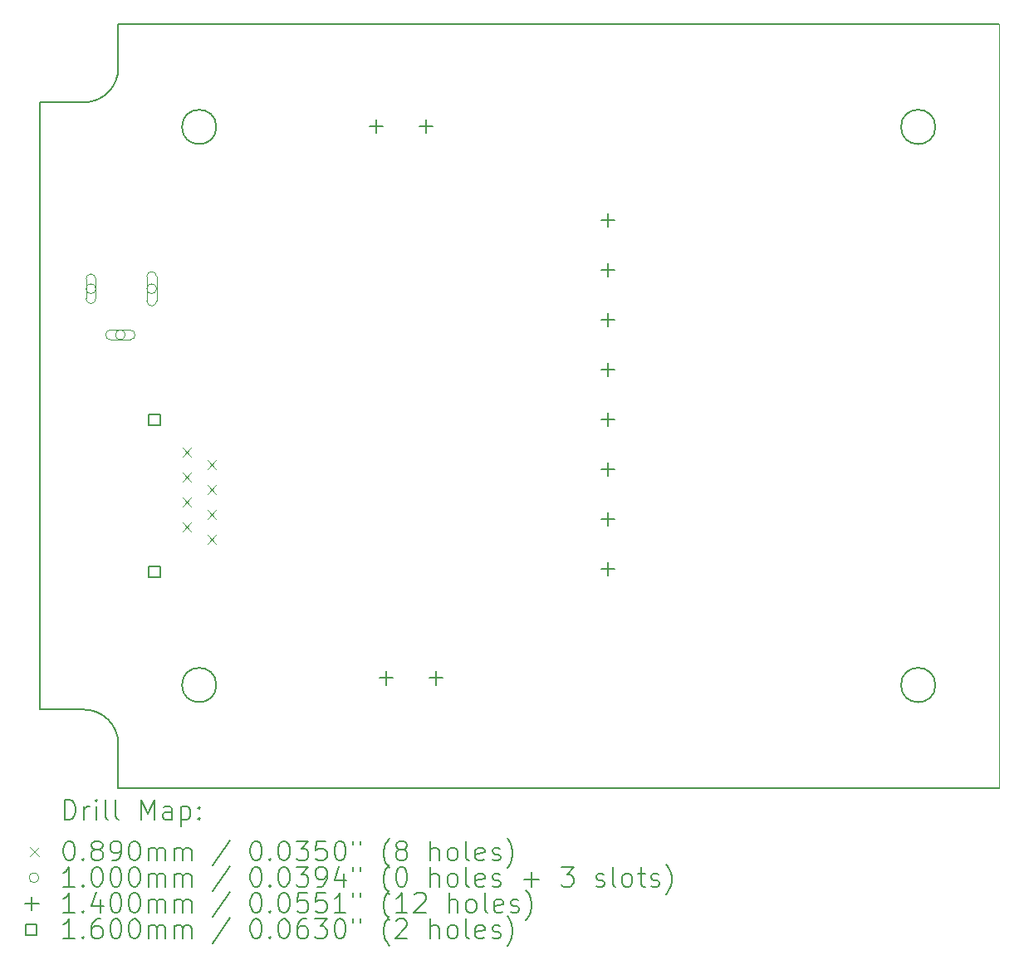
<source format=gbr>
%TF.GenerationSoftware,KiCad,Pcbnew,8.0.6*%
%TF.CreationDate,2025-02-19T13:51:35-05:00*%
%TF.ProjectId,HB-IC,48422d49-432e-46b6-9963-61645f706362,rev?*%
%TF.SameCoordinates,Original*%
%TF.FileFunction,Drillmap*%
%TF.FilePolarity,Positive*%
%FSLAX45Y45*%
G04 Gerber Fmt 4.5, Leading zero omitted, Abs format (unit mm)*
G04 Created by KiCad (PCBNEW 8.0.6) date 2025-02-19 13:51:35*
%MOMM*%
%LPD*%
G01*
G04 APERTURE LIST*
%ADD10C,0.050000*%
%ADD11C,0.200000*%
%ADD12C,0.100000*%
%ADD13C,0.140000*%
%ADD14C,0.160000*%
G04 APERTURE END LIST*
D10*
X15752127Y-4413027D02*
X15752127Y-12203207D01*
D11*
X7772590Y-11152917D02*
G75*
G02*
X7422070Y-11152917I-175260J0D01*
G01*
X7422070Y-11152917D02*
G75*
G02*
X7772590Y-11152917I175260J0D01*
G01*
X6422456Y-11403234D02*
X5973000Y-11403234D01*
X6422456Y-11403234D02*
G75*
G02*
X6772972Y-11753754I0J-350516D01*
G01*
X6772973Y-4413027D02*
X15752127Y-4413027D01*
X6772973Y-4862470D02*
X6772973Y-4413027D01*
X6772973Y-4862470D02*
G75*
G02*
X6424565Y-5213000I-350537J0D01*
G01*
X15752127Y-12203207D02*
X6772973Y-12203207D01*
X7772590Y-5463317D02*
G75*
G02*
X7422070Y-5463317I-175260J0D01*
G01*
X7422070Y-5463317D02*
G75*
G02*
X7772590Y-5463317I175260J0D01*
G01*
X5973000Y-5213000D02*
X6424565Y-5213000D01*
X15103030Y-11152917D02*
G75*
G02*
X14752510Y-11152917I-175260J0D01*
G01*
X14752510Y-11152917D02*
G75*
G02*
X15103030Y-11152917I175260J0D01*
G01*
X6772973Y-12203207D02*
X6772973Y-11753754D01*
X15103030Y-5463317D02*
G75*
G02*
X14752510Y-5463317I-175260J0D01*
G01*
X14752510Y-5463317D02*
G75*
G02*
X15103030Y-5463317I175260J0D01*
G01*
X5973000Y-11403234D02*
X5973000Y-5213000D01*
D12*
X7427000Y-8735000D02*
X7516000Y-8824000D01*
X7516000Y-8735000D02*
X7427000Y-8824000D01*
X7427000Y-8989000D02*
X7516000Y-9078000D01*
X7516000Y-8989000D02*
X7427000Y-9078000D01*
X7427000Y-9243000D02*
X7516000Y-9332000D01*
X7516000Y-9243000D02*
X7427000Y-9332000D01*
X7427000Y-9497000D02*
X7516000Y-9586000D01*
X7516000Y-9497000D02*
X7427000Y-9586000D01*
X7681000Y-8862000D02*
X7770000Y-8951000D01*
X7770000Y-8862000D02*
X7681000Y-8951000D01*
X7681000Y-9116000D02*
X7770000Y-9205000D01*
X7770000Y-9116000D02*
X7681000Y-9205000D01*
X7681000Y-9370000D02*
X7770000Y-9459000D01*
X7770000Y-9370000D02*
X7681000Y-9459000D01*
X7681000Y-9624000D02*
X7770000Y-9713000D01*
X7770000Y-9624000D02*
X7681000Y-9713000D01*
X6544000Y-7113000D02*
G75*
G02*
X6444000Y-7113000I-50000J0D01*
G01*
X6444000Y-7113000D02*
G75*
G02*
X6544000Y-7113000I50000J0D01*
G01*
X6444000Y-7013000D02*
X6444000Y-7213000D01*
X6544000Y-7213000D02*
G75*
G02*
X6444000Y-7213000I-50000J0D01*
G01*
X6544000Y-7213000D02*
X6544000Y-7013000D01*
X6544000Y-7013000D02*
G75*
G03*
X6444000Y-7013000I-50000J0D01*
G01*
X6844000Y-7583000D02*
G75*
G02*
X6744000Y-7583000I-50000J0D01*
G01*
X6744000Y-7583000D02*
G75*
G02*
X6844000Y-7583000I50000J0D01*
G01*
X6694000Y-7633000D02*
X6894000Y-7633000D01*
X6894000Y-7533000D02*
G75*
G02*
X6894000Y-7633000I0J-50000D01*
G01*
X6894000Y-7533000D02*
X6694000Y-7533000D01*
X6694000Y-7533000D02*
G75*
G03*
X6694000Y-7633000I0J-50000D01*
G01*
X7164000Y-7113000D02*
G75*
G02*
X7064000Y-7113000I-50000J0D01*
G01*
X7064000Y-7113000D02*
G75*
G02*
X7164000Y-7113000I50000J0D01*
G01*
X7064000Y-6988000D02*
X7064000Y-7238000D01*
X7164000Y-7238000D02*
G75*
G02*
X7064000Y-7238000I-50000J0D01*
G01*
X7164000Y-7238000D02*
X7164000Y-6988000D01*
X7164000Y-6988000D02*
G75*
G03*
X7064000Y-6988000I-50000J0D01*
G01*
D13*
X9402000Y-5387000D02*
X9402000Y-5527000D01*
X9332000Y-5457000D02*
X9472000Y-5457000D01*
X9505000Y-11012000D02*
X9505000Y-11152000D01*
X9435000Y-11082000D02*
X9575000Y-11082000D01*
X9910000Y-5387000D02*
X9910000Y-5527000D01*
X9840000Y-5457000D02*
X9980000Y-5457000D01*
X10013000Y-11012000D02*
X10013000Y-11152000D01*
X9943000Y-11082000D02*
X10083000Y-11082000D01*
X11766000Y-6344000D02*
X11766000Y-6484000D01*
X11696000Y-6414000D02*
X11836000Y-6414000D01*
X11766000Y-6852000D02*
X11766000Y-6992000D01*
X11696000Y-6922000D02*
X11836000Y-6922000D01*
X11766000Y-7360000D02*
X11766000Y-7500000D01*
X11696000Y-7430000D02*
X11836000Y-7430000D01*
X11766000Y-7868000D02*
X11766000Y-8008000D01*
X11696000Y-7938000D02*
X11836000Y-7938000D01*
X11766000Y-8376000D02*
X11766000Y-8516000D01*
X11696000Y-8446000D02*
X11836000Y-8446000D01*
X11766000Y-8884000D02*
X11766000Y-9024000D01*
X11696000Y-8954000D02*
X11836000Y-8954000D01*
X11766000Y-9392000D02*
X11766000Y-9532000D01*
X11696000Y-9462000D02*
X11836000Y-9462000D01*
X11766000Y-9900000D02*
X11766000Y-10040000D01*
X11696000Y-9970000D02*
X11836000Y-9970000D01*
D14*
X7198069Y-8506069D02*
X7198069Y-8392931D01*
X7084931Y-8392931D01*
X7084931Y-8506069D01*
X7198069Y-8506069D01*
X7198069Y-10055069D02*
X7198069Y-9941931D01*
X7084931Y-9941931D01*
X7084931Y-10055069D01*
X7198069Y-10055069D01*
D11*
X6223777Y-12524691D02*
X6223777Y-12324691D01*
X6223777Y-12324691D02*
X6271396Y-12324691D01*
X6271396Y-12324691D02*
X6299967Y-12334215D01*
X6299967Y-12334215D02*
X6319015Y-12353262D01*
X6319015Y-12353262D02*
X6328539Y-12372310D01*
X6328539Y-12372310D02*
X6338062Y-12410405D01*
X6338062Y-12410405D02*
X6338062Y-12438976D01*
X6338062Y-12438976D02*
X6328539Y-12477072D01*
X6328539Y-12477072D02*
X6319015Y-12496119D01*
X6319015Y-12496119D02*
X6299967Y-12515167D01*
X6299967Y-12515167D02*
X6271396Y-12524691D01*
X6271396Y-12524691D02*
X6223777Y-12524691D01*
X6423777Y-12524691D02*
X6423777Y-12391357D01*
X6423777Y-12429453D02*
X6433301Y-12410405D01*
X6433301Y-12410405D02*
X6442824Y-12400881D01*
X6442824Y-12400881D02*
X6461872Y-12391357D01*
X6461872Y-12391357D02*
X6480920Y-12391357D01*
X6547586Y-12524691D02*
X6547586Y-12391357D01*
X6547586Y-12324691D02*
X6538062Y-12334215D01*
X6538062Y-12334215D02*
X6547586Y-12343738D01*
X6547586Y-12343738D02*
X6557110Y-12334215D01*
X6557110Y-12334215D02*
X6547586Y-12324691D01*
X6547586Y-12324691D02*
X6547586Y-12343738D01*
X6671396Y-12524691D02*
X6652348Y-12515167D01*
X6652348Y-12515167D02*
X6642824Y-12496119D01*
X6642824Y-12496119D02*
X6642824Y-12324691D01*
X6776158Y-12524691D02*
X6757110Y-12515167D01*
X6757110Y-12515167D02*
X6747586Y-12496119D01*
X6747586Y-12496119D02*
X6747586Y-12324691D01*
X7004729Y-12524691D02*
X7004729Y-12324691D01*
X7004729Y-12324691D02*
X7071396Y-12467548D01*
X7071396Y-12467548D02*
X7138062Y-12324691D01*
X7138062Y-12324691D02*
X7138062Y-12524691D01*
X7319015Y-12524691D02*
X7319015Y-12419929D01*
X7319015Y-12419929D02*
X7309491Y-12400881D01*
X7309491Y-12400881D02*
X7290443Y-12391357D01*
X7290443Y-12391357D02*
X7252348Y-12391357D01*
X7252348Y-12391357D02*
X7233301Y-12400881D01*
X7319015Y-12515167D02*
X7299967Y-12524691D01*
X7299967Y-12524691D02*
X7252348Y-12524691D01*
X7252348Y-12524691D02*
X7233301Y-12515167D01*
X7233301Y-12515167D02*
X7223777Y-12496119D01*
X7223777Y-12496119D02*
X7223777Y-12477072D01*
X7223777Y-12477072D02*
X7233301Y-12458024D01*
X7233301Y-12458024D02*
X7252348Y-12448500D01*
X7252348Y-12448500D02*
X7299967Y-12448500D01*
X7299967Y-12448500D02*
X7319015Y-12438976D01*
X7414253Y-12391357D02*
X7414253Y-12591357D01*
X7414253Y-12400881D02*
X7433301Y-12391357D01*
X7433301Y-12391357D02*
X7471396Y-12391357D01*
X7471396Y-12391357D02*
X7490443Y-12400881D01*
X7490443Y-12400881D02*
X7499967Y-12410405D01*
X7499967Y-12410405D02*
X7509491Y-12429453D01*
X7509491Y-12429453D02*
X7509491Y-12486595D01*
X7509491Y-12486595D02*
X7499967Y-12505643D01*
X7499967Y-12505643D02*
X7490443Y-12515167D01*
X7490443Y-12515167D02*
X7471396Y-12524691D01*
X7471396Y-12524691D02*
X7433301Y-12524691D01*
X7433301Y-12524691D02*
X7414253Y-12515167D01*
X7595205Y-12505643D02*
X7604729Y-12515167D01*
X7604729Y-12515167D02*
X7595205Y-12524691D01*
X7595205Y-12524691D02*
X7585682Y-12515167D01*
X7585682Y-12515167D02*
X7595205Y-12505643D01*
X7595205Y-12505643D02*
X7595205Y-12524691D01*
X7595205Y-12400881D02*
X7604729Y-12410405D01*
X7604729Y-12410405D02*
X7595205Y-12419929D01*
X7595205Y-12419929D02*
X7585682Y-12410405D01*
X7585682Y-12410405D02*
X7595205Y-12400881D01*
X7595205Y-12400881D02*
X7595205Y-12419929D01*
D12*
X5874000Y-12808707D02*
X5963000Y-12897707D01*
X5963000Y-12808707D02*
X5874000Y-12897707D01*
D11*
X6261872Y-12744691D02*
X6280920Y-12744691D01*
X6280920Y-12744691D02*
X6299967Y-12754215D01*
X6299967Y-12754215D02*
X6309491Y-12763738D01*
X6309491Y-12763738D02*
X6319015Y-12782786D01*
X6319015Y-12782786D02*
X6328539Y-12820881D01*
X6328539Y-12820881D02*
X6328539Y-12868500D01*
X6328539Y-12868500D02*
X6319015Y-12906595D01*
X6319015Y-12906595D02*
X6309491Y-12925643D01*
X6309491Y-12925643D02*
X6299967Y-12935167D01*
X6299967Y-12935167D02*
X6280920Y-12944691D01*
X6280920Y-12944691D02*
X6261872Y-12944691D01*
X6261872Y-12944691D02*
X6242824Y-12935167D01*
X6242824Y-12935167D02*
X6233301Y-12925643D01*
X6233301Y-12925643D02*
X6223777Y-12906595D01*
X6223777Y-12906595D02*
X6214253Y-12868500D01*
X6214253Y-12868500D02*
X6214253Y-12820881D01*
X6214253Y-12820881D02*
X6223777Y-12782786D01*
X6223777Y-12782786D02*
X6233301Y-12763738D01*
X6233301Y-12763738D02*
X6242824Y-12754215D01*
X6242824Y-12754215D02*
X6261872Y-12744691D01*
X6414253Y-12925643D02*
X6423777Y-12935167D01*
X6423777Y-12935167D02*
X6414253Y-12944691D01*
X6414253Y-12944691D02*
X6404729Y-12935167D01*
X6404729Y-12935167D02*
X6414253Y-12925643D01*
X6414253Y-12925643D02*
X6414253Y-12944691D01*
X6538062Y-12830405D02*
X6519015Y-12820881D01*
X6519015Y-12820881D02*
X6509491Y-12811357D01*
X6509491Y-12811357D02*
X6499967Y-12792310D01*
X6499967Y-12792310D02*
X6499967Y-12782786D01*
X6499967Y-12782786D02*
X6509491Y-12763738D01*
X6509491Y-12763738D02*
X6519015Y-12754215D01*
X6519015Y-12754215D02*
X6538062Y-12744691D01*
X6538062Y-12744691D02*
X6576158Y-12744691D01*
X6576158Y-12744691D02*
X6595205Y-12754215D01*
X6595205Y-12754215D02*
X6604729Y-12763738D01*
X6604729Y-12763738D02*
X6614253Y-12782786D01*
X6614253Y-12782786D02*
X6614253Y-12792310D01*
X6614253Y-12792310D02*
X6604729Y-12811357D01*
X6604729Y-12811357D02*
X6595205Y-12820881D01*
X6595205Y-12820881D02*
X6576158Y-12830405D01*
X6576158Y-12830405D02*
X6538062Y-12830405D01*
X6538062Y-12830405D02*
X6519015Y-12839929D01*
X6519015Y-12839929D02*
X6509491Y-12849453D01*
X6509491Y-12849453D02*
X6499967Y-12868500D01*
X6499967Y-12868500D02*
X6499967Y-12906595D01*
X6499967Y-12906595D02*
X6509491Y-12925643D01*
X6509491Y-12925643D02*
X6519015Y-12935167D01*
X6519015Y-12935167D02*
X6538062Y-12944691D01*
X6538062Y-12944691D02*
X6576158Y-12944691D01*
X6576158Y-12944691D02*
X6595205Y-12935167D01*
X6595205Y-12935167D02*
X6604729Y-12925643D01*
X6604729Y-12925643D02*
X6614253Y-12906595D01*
X6614253Y-12906595D02*
X6614253Y-12868500D01*
X6614253Y-12868500D02*
X6604729Y-12849453D01*
X6604729Y-12849453D02*
X6595205Y-12839929D01*
X6595205Y-12839929D02*
X6576158Y-12830405D01*
X6709491Y-12944691D02*
X6747586Y-12944691D01*
X6747586Y-12944691D02*
X6766634Y-12935167D01*
X6766634Y-12935167D02*
X6776158Y-12925643D01*
X6776158Y-12925643D02*
X6795205Y-12897072D01*
X6795205Y-12897072D02*
X6804729Y-12858976D01*
X6804729Y-12858976D02*
X6804729Y-12782786D01*
X6804729Y-12782786D02*
X6795205Y-12763738D01*
X6795205Y-12763738D02*
X6785682Y-12754215D01*
X6785682Y-12754215D02*
X6766634Y-12744691D01*
X6766634Y-12744691D02*
X6728539Y-12744691D01*
X6728539Y-12744691D02*
X6709491Y-12754215D01*
X6709491Y-12754215D02*
X6699967Y-12763738D01*
X6699967Y-12763738D02*
X6690443Y-12782786D01*
X6690443Y-12782786D02*
X6690443Y-12830405D01*
X6690443Y-12830405D02*
X6699967Y-12849453D01*
X6699967Y-12849453D02*
X6709491Y-12858976D01*
X6709491Y-12858976D02*
X6728539Y-12868500D01*
X6728539Y-12868500D02*
X6766634Y-12868500D01*
X6766634Y-12868500D02*
X6785682Y-12858976D01*
X6785682Y-12858976D02*
X6795205Y-12849453D01*
X6795205Y-12849453D02*
X6804729Y-12830405D01*
X6928539Y-12744691D02*
X6947586Y-12744691D01*
X6947586Y-12744691D02*
X6966634Y-12754215D01*
X6966634Y-12754215D02*
X6976158Y-12763738D01*
X6976158Y-12763738D02*
X6985682Y-12782786D01*
X6985682Y-12782786D02*
X6995205Y-12820881D01*
X6995205Y-12820881D02*
X6995205Y-12868500D01*
X6995205Y-12868500D02*
X6985682Y-12906595D01*
X6985682Y-12906595D02*
X6976158Y-12925643D01*
X6976158Y-12925643D02*
X6966634Y-12935167D01*
X6966634Y-12935167D02*
X6947586Y-12944691D01*
X6947586Y-12944691D02*
X6928539Y-12944691D01*
X6928539Y-12944691D02*
X6909491Y-12935167D01*
X6909491Y-12935167D02*
X6899967Y-12925643D01*
X6899967Y-12925643D02*
X6890443Y-12906595D01*
X6890443Y-12906595D02*
X6880920Y-12868500D01*
X6880920Y-12868500D02*
X6880920Y-12820881D01*
X6880920Y-12820881D02*
X6890443Y-12782786D01*
X6890443Y-12782786D02*
X6899967Y-12763738D01*
X6899967Y-12763738D02*
X6909491Y-12754215D01*
X6909491Y-12754215D02*
X6928539Y-12744691D01*
X7080920Y-12944691D02*
X7080920Y-12811357D01*
X7080920Y-12830405D02*
X7090443Y-12820881D01*
X7090443Y-12820881D02*
X7109491Y-12811357D01*
X7109491Y-12811357D02*
X7138063Y-12811357D01*
X7138063Y-12811357D02*
X7157110Y-12820881D01*
X7157110Y-12820881D02*
X7166634Y-12839929D01*
X7166634Y-12839929D02*
X7166634Y-12944691D01*
X7166634Y-12839929D02*
X7176158Y-12820881D01*
X7176158Y-12820881D02*
X7195205Y-12811357D01*
X7195205Y-12811357D02*
X7223777Y-12811357D01*
X7223777Y-12811357D02*
X7242824Y-12820881D01*
X7242824Y-12820881D02*
X7252348Y-12839929D01*
X7252348Y-12839929D02*
X7252348Y-12944691D01*
X7347586Y-12944691D02*
X7347586Y-12811357D01*
X7347586Y-12830405D02*
X7357110Y-12820881D01*
X7357110Y-12820881D02*
X7376158Y-12811357D01*
X7376158Y-12811357D02*
X7404729Y-12811357D01*
X7404729Y-12811357D02*
X7423777Y-12820881D01*
X7423777Y-12820881D02*
X7433301Y-12839929D01*
X7433301Y-12839929D02*
X7433301Y-12944691D01*
X7433301Y-12839929D02*
X7442824Y-12820881D01*
X7442824Y-12820881D02*
X7461872Y-12811357D01*
X7461872Y-12811357D02*
X7490443Y-12811357D01*
X7490443Y-12811357D02*
X7509491Y-12820881D01*
X7509491Y-12820881D02*
X7519015Y-12839929D01*
X7519015Y-12839929D02*
X7519015Y-12944691D01*
X7909491Y-12735167D02*
X7738063Y-12992310D01*
X8166634Y-12744691D02*
X8185682Y-12744691D01*
X8185682Y-12744691D02*
X8204729Y-12754215D01*
X8204729Y-12754215D02*
X8214253Y-12763738D01*
X8214253Y-12763738D02*
X8223777Y-12782786D01*
X8223777Y-12782786D02*
X8233301Y-12820881D01*
X8233301Y-12820881D02*
X8233301Y-12868500D01*
X8233301Y-12868500D02*
X8223777Y-12906595D01*
X8223777Y-12906595D02*
X8214253Y-12925643D01*
X8214253Y-12925643D02*
X8204729Y-12935167D01*
X8204729Y-12935167D02*
X8185682Y-12944691D01*
X8185682Y-12944691D02*
X8166634Y-12944691D01*
X8166634Y-12944691D02*
X8147586Y-12935167D01*
X8147586Y-12935167D02*
X8138063Y-12925643D01*
X8138063Y-12925643D02*
X8128539Y-12906595D01*
X8128539Y-12906595D02*
X8119015Y-12868500D01*
X8119015Y-12868500D02*
X8119015Y-12820881D01*
X8119015Y-12820881D02*
X8128539Y-12782786D01*
X8128539Y-12782786D02*
X8138063Y-12763738D01*
X8138063Y-12763738D02*
X8147586Y-12754215D01*
X8147586Y-12754215D02*
X8166634Y-12744691D01*
X8319015Y-12925643D02*
X8328539Y-12935167D01*
X8328539Y-12935167D02*
X8319015Y-12944691D01*
X8319015Y-12944691D02*
X8309491Y-12935167D01*
X8309491Y-12935167D02*
X8319015Y-12925643D01*
X8319015Y-12925643D02*
X8319015Y-12944691D01*
X8452348Y-12744691D02*
X8471396Y-12744691D01*
X8471396Y-12744691D02*
X8490444Y-12754215D01*
X8490444Y-12754215D02*
X8499968Y-12763738D01*
X8499968Y-12763738D02*
X8509491Y-12782786D01*
X8509491Y-12782786D02*
X8519015Y-12820881D01*
X8519015Y-12820881D02*
X8519015Y-12868500D01*
X8519015Y-12868500D02*
X8509491Y-12906595D01*
X8509491Y-12906595D02*
X8499968Y-12925643D01*
X8499968Y-12925643D02*
X8490444Y-12935167D01*
X8490444Y-12935167D02*
X8471396Y-12944691D01*
X8471396Y-12944691D02*
X8452348Y-12944691D01*
X8452348Y-12944691D02*
X8433301Y-12935167D01*
X8433301Y-12935167D02*
X8423777Y-12925643D01*
X8423777Y-12925643D02*
X8414253Y-12906595D01*
X8414253Y-12906595D02*
X8404729Y-12868500D01*
X8404729Y-12868500D02*
X8404729Y-12820881D01*
X8404729Y-12820881D02*
X8414253Y-12782786D01*
X8414253Y-12782786D02*
X8423777Y-12763738D01*
X8423777Y-12763738D02*
X8433301Y-12754215D01*
X8433301Y-12754215D02*
X8452348Y-12744691D01*
X8585682Y-12744691D02*
X8709491Y-12744691D01*
X8709491Y-12744691D02*
X8642825Y-12820881D01*
X8642825Y-12820881D02*
X8671396Y-12820881D01*
X8671396Y-12820881D02*
X8690444Y-12830405D01*
X8690444Y-12830405D02*
X8699968Y-12839929D01*
X8699968Y-12839929D02*
X8709491Y-12858976D01*
X8709491Y-12858976D02*
X8709491Y-12906595D01*
X8709491Y-12906595D02*
X8699968Y-12925643D01*
X8699968Y-12925643D02*
X8690444Y-12935167D01*
X8690444Y-12935167D02*
X8671396Y-12944691D01*
X8671396Y-12944691D02*
X8614253Y-12944691D01*
X8614253Y-12944691D02*
X8595206Y-12935167D01*
X8595206Y-12935167D02*
X8585682Y-12925643D01*
X8890444Y-12744691D02*
X8795206Y-12744691D01*
X8795206Y-12744691D02*
X8785682Y-12839929D01*
X8785682Y-12839929D02*
X8795206Y-12830405D01*
X8795206Y-12830405D02*
X8814253Y-12820881D01*
X8814253Y-12820881D02*
X8861872Y-12820881D01*
X8861872Y-12820881D02*
X8880920Y-12830405D01*
X8880920Y-12830405D02*
X8890444Y-12839929D01*
X8890444Y-12839929D02*
X8899968Y-12858976D01*
X8899968Y-12858976D02*
X8899968Y-12906595D01*
X8899968Y-12906595D02*
X8890444Y-12925643D01*
X8890444Y-12925643D02*
X8880920Y-12935167D01*
X8880920Y-12935167D02*
X8861872Y-12944691D01*
X8861872Y-12944691D02*
X8814253Y-12944691D01*
X8814253Y-12944691D02*
X8795206Y-12935167D01*
X8795206Y-12935167D02*
X8785682Y-12925643D01*
X9023777Y-12744691D02*
X9042825Y-12744691D01*
X9042825Y-12744691D02*
X9061872Y-12754215D01*
X9061872Y-12754215D02*
X9071396Y-12763738D01*
X9071396Y-12763738D02*
X9080920Y-12782786D01*
X9080920Y-12782786D02*
X9090444Y-12820881D01*
X9090444Y-12820881D02*
X9090444Y-12868500D01*
X9090444Y-12868500D02*
X9080920Y-12906595D01*
X9080920Y-12906595D02*
X9071396Y-12925643D01*
X9071396Y-12925643D02*
X9061872Y-12935167D01*
X9061872Y-12935167D02*
X9042825Y-12944691D01*
X9042825Y-12944691D02*
X9023777Y-12944691D01*
X9023777Y-12944691D02*
X9004729Y-12935167D01*
X9004729Y-12935167D02*
X8995206Y-12925643D01*
X8995206Y-12925643D02*
X8985682Y-12906595D01*
X8985682Y-12906595D02*
X8976158Y-12868500D01*
X8976158Y-12868500D02*
X8976158Y-12820881D01*
X8976158Y-12820881D02*
X8985682Y-12782786D01*
X8985682Y-12782786D02*
X8995206Y-12763738D01*
X8995206Y-12763738D02*
X9004729Y-12754215D01*
X9004729Y-12754215D02*
X9023777Y-12744691D01*
X9166634Y-12744691D02*
X9166634Y-12782786D01*
X9242825Y-12744691D02*
X9242825Y-12782786D01*
X9538063Y-13020881D02*
X9528539Y-13011357D01*
X9528539Y-13011357D02*
X9509491Y-12982786D01*
X9509491Y-12982786D02*
X9499968Y-12963738D01*
X9499968Y-12963738D02*
X9490444Y-12935167D01*
X9490444Y-12935167D02*
X9480920Y-12887548D01*
X9480920Y-12887548D02*
X9480920Y-12849453D01*
X9480920Y-12849453D02*
X9490444Y-12801834D01*
X9490444Y-12801834D02*
X9499968Y-12773262D01*
X9499968Y-12773262D02*
X9509491Y-12754215D01*
X9509491Y-12754215D02*
X9528539Y-12725643D01*
X9528539Y-12725643D02*
X9538063Y-12716119D01*
X9642825Y-12830405D02*
X9623777Y-12820881D01*
X9623777Y-12820881D02*
X9614253Y-12811357D01*
X9614253Y-12811357D02*
X9604730Y-12792310D01*
X9604730Y-12792310D02*
X9604730Y-12782786D01*
X9604730Y-12782786D02*
X9614253Y-12763738D01*
X9614253Y-12763738D02*
X9623777Y-12754215D01*
X9623777Y-12754215D02*
X9642825Y-12744691D01*
X9642825Y-12744691D02*
X9680920Y-12744691D01*
X9680920Y-12744691D02*
X9699968Y-12754215D01*
X9699968Y-12754215D02*
X9709491Y-12763738D01*
X9709491Y-12763738D02*
X9719015Y-12782786D01*
X9719015Y-12782786D02*
X9719015Y-12792310D01*
X9719015Y-12792310D02*
X9709491Y-12811357D01*
X9709491Y-12811357D02*
X9699968Y-12820881D01*
X9699968Y-12820881D02*
X9680920Y-12830405D01*
X9680920Y-12830405D02*
X9642825Y-12830405D01*
X9642825Y-12830405D02*
X9623777Y-12839929D01*
X9623777Y-12839929D02*
X9614253Y-12849453D01*
X9614253Y-12849453D02*
X9604730Y-12868500D01*
X9604730Y-12868500D02*
X9604730Y-12906595D01*
X9604730Y-12906595D02*
X9614253Y-12925643D01*
X9614253Y-12925643D02*
X9623777Y-12935167D01*
X9623777Y-12935167D02*
X9642825Y-12944691D01*
X9642825Y-12944691D02*
X9680920Y-12944691D01*
X9680920Y-12944691D02*
X9699968Y-12935167D01*
X9699968Y-12935167D02*
X9709491Y-12925643D01*
X9709491Y-12925643D02*
X9719015Y-12906595D01*
X9719015Y-12906595D02*
X9719015Y-12868500D01*
X9719015Y-12868500D02*
X9709491Y-12849453D01*
X9709491Y-12849453D02*
X9699968Y-12839929D01*
X9699968Y-12839929D02*
X9680920Y-12830405D01*
X9957111Y-12944691D02*
X9957111Y-12744691D01*
X10042825Y-12944691D02*
X10042825Y-12839929D01*
X10042825Y-12839929D02*
X10033301Y-12820881D01*
X10033301Y-12820881D02*
X10014253Y-12811357D01*
X10014253Y-12811357D02*
X9985682Y-12811357D01*
X9985682Y-12811357D02*
X9966634Y-12820881D01*
X9966634Y-12820881D02*
X9957111Y-12830405D01*
X10166634Y-12944691D02*
X10147587Y-12935167D01*
X10147587Y-12935167D02*
X10138063Y-12925643D01*
X10138063Y-12925643D02*
X10128539Y-12906595D01*
X10128539Y-12906595D02*
X10128539Y-12849453D01*
X10128539Y-12849453D02*
X10138063Y-12830405D01*
X10138063Y-12830405D02*
X10147587Y-12820881D01*
X10147587Y-12820881D02*
X10166634Y-12811357D01*
X10166634Y-12811357D02*
X10195206Y-12811357D01*
X10195206Y-12811357D02*
X10214253Y-12820881D01*
X10214253Y-12820881D02*
X10223777Y-12830405D01*
X10223777Y-12830405D02*
X10233301Y-12849453D01*
X10233301Y-12849453D02*
X10233301Y-12906595D01*
X10233301Y-12906595D02*
X10223777Y-12925643D01*
X10223777Y-12925643D02*
X10214253Y-12935167D01*
X10214253Y-12935167D02*
X10195206Y-12944691D01*
X10195206Y-12944691D02*
X10166634Y-12944691D01*
X10347587Y-12944691D02*
X10328539Y-12935167D01*
X10328539Y-12935167D02*
X10319015Y-12916119D01*
X10319015Y-12916119D02*
X10319015Y-12744691D01*
X10499968Y-12935167D02*
X10480920Y-12944691D01*
X10480920Y-12944691D02*
X10442825Y-12944691D01*
X10442825Y-12944691D02*
X10423777Y-12935167D01*
X10423777Y-12935167D02*
X10414253Y-12916119D01*
X10414253Y-12916119D02*
X10414253Y-12839929D01*
X10414253Y-12839929D02*
X10423777Y-12820881D01*
X10423777Y-12820881D02*
X10442825Y-12811357D01*
X10442825Y-12811357D02*
X10480920Y-12811357D01*
X10480920Y-12811357D02*
X10499968Y-12820881D01*
X10499968Y-12820881D02*
X10509492Y-12839929D01*
X10509492Y-12839929D02*
X10509492Y-12858976D01*
X10509492Y-12858976D02*
X10414253Y-12878024D01*
X10585682Y-12935167D02*
X10604730Y-12944691D01*
X10604730Y-12944691D02*
X10642825Y-12944691D01*
X10642825Y-12944691D02*
X10661873Y-12935167D01*
X10661873Y-12935167D02*
X10671396Y-12916119D01*
X10671396Y-12916119D02*
X10671396Y-12906595D01*
X10671396Y-12906595D02*
X10661873Y-12887548D01*
X10661873Y-12887548D02*
X10642825Y-12878024D01*
X10642825Y-12878024D02*
X10614253Y-12878024D01*
X10614253Y-12878024D02*
X10595206Y-12868500D01*
X10595206Y-12868500D02*
X10585682Y-12849453D01*
X10585682Y-12849453D02*
X10585682Y-12839929D01*
X10585682Y-12839929D02*
X10595206Y-12820881D01*
X10595206Y-12820881D02*
X10614253Y-12811357D01*
X10614253Y-12811357D02*
X10642825Y-12811357D01*
X10642825Y-12811357D02*
X10661873Y-12820881D01*
X10738063Y-13020881D02*
X10747587Y-13011357D01*
X10747587Y-13011357D02*
X10766634Y-12982786D01*
X10766634Y-12982786D02*
X10776158Y-12963738D01*
X10776158Y-12963738D02*
X10785682Y-12935167D01*
X10785682Y-12935167D02*
X10795206Y-12887548D01*
X10795206Y-12887548D02*
X10795206Y-12849453D01*
X10795206Y-12849453D02*
X10785682Y-12801834D01*
X10785682Y-12801834D02*
X10776158Y-12773262D01*
X10776158Y-12773262D02*
X10766634Y-12754215D01*
X10766634Y-12754215D02*
X10747587Y-12725643D01*
X10747587Y-12725643D02*
X10738063Y-12716119D01*
D12*
X5963000Y-13117207D02*
G75*
G02*
X5863000Y-13117207I-50000J0D01*
G01*
X5863000Y-13117207D02*
G75*
G02*
X5963000Y-13117207I50000J0D01*
G01*
D11*
X6328539Y-13208691D02*
X6214253Y-13208691D01*
X6271396Y-13208691D02*
X6271396Y-13008691D01*
X6271396Y-13008691D02*
X6252348Y-13037262D01*
X6252348Y-13037262D02*
X6233301Y-13056310D01*
X6233301Y-13056310D02*
X6214253Y-13065834D01*
X6414253Y-13189643D02*
X6423777Y-13199167D01*
X6423777Y-13199167D02*
X6414253Y-13208691D01*
X6414253Y-13208691D02*
X6404729Y-13199167D01*
X6404729Y-13199167D02*
X6414253Y-13189643D01*
X6414253Y-13189643D02*
X6414253Y-13208691D01*
X6547586Y-13008691D02*
X6566634Y-13008691D01*
X6566634Y-13008691D02*
X6585682Y-13018215D01*
X6585682Y-13018215D02*
X6595205Y-13027738D01*
X6595205Y-13027738D02*
X6604729Y-13046786D01*
X6604729Y-13046786D02*
X6614253Y-13084881D01*
X6614253Y-13084881D02*
X6614253Y-13132500D01*
X6614253Y-13132500D02*
X6604729Y-13170595D01*
X6604729Y-13170595D02*
X6595205Y-13189643D01*
X6595205Y-13189643D02*
X6585682Y-13199167D01*
X6585682Y-13199167D02*
X6566634Y-13208691D01*
X6566634Y-13208691D02*
X6547586Y-13208691D01*
X6547586Y-13208691D02*
X6528539Y-13199167D01*
X6528539Y-13199167D02*
X6519015Y-13189643D01*
X6519015Y-13189643D02*
X6509491Y-13170595D01*
X6509491Y-13170595D02*
X6499967Y-13132500D01*
X6499967Y-13132500D02*
X6499967Y-13084881D01*
X6499967Y-13084881D02*
X6509491Y-13046786D01*
X6509491Y-13046786D02*
X6519015Y-13027738D01*
X6519015Y-13027738D02*
X6528539Y-13018215D01*
X6528539Y-13018215D02*
X6547586Y-13008691D01*
X6738062Y-13008691D02*
X6757110Y-13008691D01*
X6757110Y-13008691D02*
X6776158Y-13018215D01*
X6776158Y-13018215D02*
X6785682Y-13027738D01*
X6785682Y-13027738D02*
X6795205Y-13046786D01*
X6795205Y-13046786D02*
X6804729Y-13084881D01*
X6804729Y-13084881D02*
X6804729Y-13132500D01*
X6804729Y-13132500D02*
X6795205Y-13170595D01*
X6795205Y-13170595D02*
X6785682Y-13189643D01*
X6785682Y-13189643D02*
X6776158Y-13199167D01*
X6776158Y-13199167D02*
X6757110Y-13208691D01*
X6757110Y-13208691D02*
X6738062Y-13208691D01*
X6738062Y-13208691D02*
X6719015Y-13199167D01*
X6719015Y-13199167D02*
X6709491Y-13189643D01*
X6709491Y-13189643D02*
X6699967Y-13170595D01*
X6699967Y-13170595D02*
X6690443Y-13132500D01*
X6690443Y-13132500D02*
X6690443Y-13084881D01*
X6690443Y-13084881D02*
X6699967Y-13046786D01*
X6699967Y-13046786D02*
X6709491Y-13027738D01*
X6709491Y-13027738D02*
X6719015Y-13018215D01*
X6719015Y-13018215D02*
X6738062Y-13008691D01*
X6928539Y-13008691D02*
X6947586Y-13008691D01*
X6947586Y-13008691D02*
X6966634Y-13018215D01*
X6966634Y-13018215D02*
X6976158Y-13027738D01*
X6976158Y-13027738D02*
X6985682Y-13046786D01*
X6985682Y-13046786D02*
X6995205Y-13084881D01*
X6995205Y-13084881D02*
X6995205Y-13132500D01*
X6995205Y-13132500D02*
X6985682Y-13170595D01*
X6985682Y-13170595D02*
X6976158Y-13189643D01*
X6976158Y-13189643D02*
X6966634Y-13199167D01*
X6966634Y-13199167D02*
X6947586Y-13208691D01*
X6947586Y-13208691D02*
X6928539Y-13208691D01*
X6928539Y-13208691D02*
X6909491Y-13199167D01*
X6909491Y-13199167D02*
X6899967Y-13189643D01*
X6899967Y-13189643D02*
X6890443Y-13170595D01*
X6890443Y-13170595D02*
X6880920Y-13132500D01*
X6880920Y-13132500D02*
X6880920Y-13084881D01*
X6880920Y-13084881D02*
X6890443Y-13046786D01*
X6890443Y-13046786D02*
X6899967Y-13027738D01*
X6899967Y-13027738D02*
X6909491Y-13018215D01*
X6909491Y-13018215D02*
X6928539Y-13008691D01*
X7080920Y-13208691D02*
X7080920Y-13075357D01*
X7080920Y-13094405D02*
X7090443Y-13084881D01*
X7090443Y-13084881D02*
X7109491Y-13075357D01*
X7109491Y-13075357D02*
X7138063Y-13075357D01*
X7138063Y-13075357D02*
X7157110Y-13084881D01*
X7157110Y-13084881D02*
X7166634Y-13103929D01*
X7166634Y-13103929D02*
X7166634Y-13208691D01*
X7166634Y-13103929D02*
X7176158Y-13084881D01*
X7176158Y-13084881D02*
X7195205Y-13075357D01*
X7195205Y-13075357D02*
X7223777Y-13075357D01*
X7223777Y-13075357D02*
X7242824Y-13084881D01*
X7242824Y-13084881D02*
X7252348Y-13103929D01*
X7252348Y-13103929D02*
X7252348Y-13208691D01*
X7347586Y-13208691D02*
X7347586Y-13075357D01*
X7347586Y-13094405D02*
X7357110Y-13084881D01*
X7357110Y-13084881D02*
X7376158Y-13075357D01*
X7376158Y-13075357D02*
X7404729Y-13075357D01*
X7404729Y-13075357D02*
X7423777Y-13084881D01*
X7423777Y-13084881D02*
X7433301Y-13103929D01*
X7433301Y-13103929D02*
X7433301Y-13208691D01*
X7433301Y-13103929D02*
X7442824Y-13084881D01*
X7442824Y-13084881D02*
X7461872Y-13075357D01*
X7461872Y-13075357D02*
X7490443Y-13075357D01*
X7490443Y-13075357D02*
X7509491Y-13084881D01*
X7509491Y-13084881D02*
X7519015Y-13103929D01*
X7519015Y-13103929D02*
X7519015Y-13208691D01*
X7909491Y-12999167D02*
X7738063Y-13256310D01*
X8166634Y-13008691D02*
X8185682Y-13008691D01*
X8185682Y-13008691D02*
X8204729Y-13018215D01*
X8204729Y-13018215D02*
X8214253Y-13027738D01*
X8214253Y-13027738D02*
X8223777Y-13046786D01*
X8223777Y-13046786D02*
X8233301Y-13084881D01*
X8233301Y-13084881D02*
X8233301Y-13132500D01*
X8233301Y-13132500D02*
X8223777Y-13170595D01*
X8223777Y-13170595D02*
X8214253Y-13189643D01*
X8214253Y-13189643D02*
X8204729Y-13199167D01*
X8204729Y-13199167D02*
X8185682Y-13208691D01*
X8185682Y-13208691D02*
X8166634Y-13208691D01*
X8166634Y-13208691D02*
X8147586Y-13199167D01*
X8147586Y-13199167D02*
X8138063Y-13189643D01*
X8138063Y-13189643D02*
X8128539Y-13170595D01*
X8128539Y-13170595D02*
X8119015Y-13132500D01*
X8119015Y-13132500D02*
X8119015Y-13084881D01*
X8119015Y-13084881D02*
X8128539Y-13046786D01*
X8128539Y-13046786D02*
X8138063Y-13027738D01*
X8138063Y-13027738D02*
X8147586Y-13018215D01*
X8147586Y-13018215D02*
X8166634Y-13008691D01*
X8319015Y-13189643D02*
X8328539Y-13199167D01*
X8328539Y-13199167D02*
X8319015Y-13208691D01*
X8319015Y-13208691D02*
X8309491Y-13199167D01*
X8309491Y-13199167D02*
X8319015Y-13189643D01*
X8319015Y-13189643D02*
X8319015Y-13208691D01*
X8452348Y-13008691D02*
X8471396Y-13008691D01*
X8471396Y-13008691D02*
X8490444Y-13018215D01*
X8490444Y-13018215D02*
X8499968Y-13027738D01*
X8499968Y-13027738D02*
X8509491Y-13046786D01*
X8509491Y-13046786D02*
X8519015Y-13084881D01*
X8519015Y-13084881D02*
X8519015Y-13132500D01*
X8519015Y-13132500D02*
X8509491Y-13170595D01*
X8509491Y-13170595D02*
X8499968Y-13189643D01*
X8499968Y-13189643D02*
X8490444Y-13199167D01*
X8490444Y-13199167D02*
X8471396Y-13208691D01*
X8471396Y-13208691D02*
X8452348Y-13208691D01*
X8452348Y-13208691D02*
X8433301Y-13199167D01*
X8433301Y-13199167D02*
X8423777Y-13189643D01*
X8423777Y-13189643D02*
X8414253Y-13170595D01*
X8414253Y-13170595D02*
X8404729Y-13132500D01*
X8404729Y-13132500D02*
X8404729Y-13084881D01*
X8404729Y-13084881D02*
X8414253Y-13046786D01*
X8414253Y-13046786D02*
X8423777Y-13027738D01*
X8423777Y-13027738D02*
X8433301Y-13018215D01*
X8433301Y-13018215D02*
X8452348Y-13008691D01*
X8585682Y-13008691D02*
X8709491Y-13008691D01*
X8709491Y-13008691D02*
X8642825Y-13084881D01*
X8642825Y-13084881D02*
X8671396Y-13084881D01*
X8671396Y-13084881D02*
X8690444Y-13094405D01*
X8690444Y-13094405D02*
X8699968Y-13103929D01*
X8699968Y-13103929D02*
X8709491Y-13122976D01*
X8709491Y-13122976D02*
X8709491Y-13170595D01*
X8709491Y-13170595D02*
X8699968Y-13189643D01*
X8699968Y-13189643D02*
X8690444Y-13199167D01*
X8690444Y-13199167D02*
X8671396Y-13208691D01*
X8671396Y-13208691D02*
X8614253Y-13208691D01*
X8614253Y-13208691D02*
X8595206Y-13199167D01*
X8595206Y-13199167D02*
X8585682Y-13189643D01*
X8804729Y-13208691D02*
X8842825Y-13208691D01*
X8842825Y-13208691D02*
X8861872Y-13199167D01*
X8861872Y-13199167D02*
X8871396Y-13189643D01*
X8871396Y-13189643D02*
X8890444Y-13161072D01*
X8890444Y-13161072D02*
X8899968Y-13122976D01*
X8899968Y-13122976D02*
X8899968Y-13046786D01*
X8899968Y-13046786D02*
X8890444Y-13027738D01*
X8890444Y-13027738D02*
X8880920Y-13018215D01*
X8880920Y-13018215D02*
X8861872Y-13008691D01*
X8861872Y-13008691D02*
X8823777Y-13008691D01*
X8823777Y-13008691D02*
X8804729Y-13018215D01*
X8804729Y-13018215D02*
X8795206Y-13027738D01*
X8795206Y-13027738D02*
X8785682Y-13046786D01*
X8785682Y-13046786D02*
X8785682Y-13094405D01*
X8785682Y-13094405D02*
X8795206Y-13113453D01*
X8795206Y-13113453D02*
X8804729Y-13122976D01*
X8804729Y-13122976D02*
X8823777Y-13132500D01*
X8823777Y-13132500D02*
X8861872Y-13132500D01*
X8861872Y-13132500D02*
X8880920Y-13122976D01*
X8880920Y-13122976D02*
X8890444Y-13113453D01*
X8890444Y-13113453D02*
X8899968Y-13094405D01*
X9071396Y-13075357D02*
X9071396Y-13208691D01*
X9023777Y-12999167D02*
X8976158Y-13142024D01*
X8976158Y-13142024D02*
X9099968Y-13142024D01*
X9166634Y-13008691D02*
X9166634Y-13046786D01*
X9242825Y-13008691D02*
X9242825Y-13046786D01*
X9538063Y-13284881D02*
X9528539Y-13275357D01*
X9528539Y-13275357D02*
X9509491Y-13246786D01*
X9509491Y-13246786D02*
X9499968Y-13227738D01*
X9499968Y-13227738D02*
X9490444Y-13199167D01*
X9490444Y-13199167D02*
X9480920Y-13151548D01*
X9480920Y-13151548D02*
X9480920Y-13113453D01*
X9480920Y-13113453D02*
X9490444Y-13065834D01*
X9490444Y-13065834D02*
X9499968Y-13037262D01*
X9499968Y-13037262D02*
X9509491Y-13018215D01*
X9509491Y-13018215D02*
X9528539Y-12989643D01*
X9528539Y-12989643D02*
X9538063Y-12980119D01*
X9652349Y-13008691D02*
X9671396Y-13008691D01*
X9671396Y-13008691D02*
X9690444Y-13018215D01*
X9690444Y-13018215D02*
X9699968Y-13027738D01*
X9699968Y-13027738D02*
X9709491Y-13046786D01*
X9709491Y-13046786D02*
X9719015Y-13084881D01*
X9719015Y-13084881D02*
X9719015Y-13132500D01*
X9719015Y-13132500D02*
X9709491Y-13170595D01*
X9709491Y-13170595D02*
X9699968Y-13189643D01*
X9699968Y-13189643D02*
X9690444Y-13199167D01*
X9690444Y-13199167D02*
X9671396Y-13208691D01*
X9671396Y-13208691D02*
X9652349Y-13208691D01*
X9652349Y-13208691D02*
X9633301Y-13199167D01*
X9633301Y-13199167D02*
X9623777Y-13189643D01*
X9623777Y-13189643D02*
X9614253Y-13170595D01*
X9614253Y-13170595D02*
X9604730Y-13132500D01*
X9604730Y-13132500D02*
X9604730Y-13084881D01*
X9604730Y-13084881D02*
X9614253Y-13046786D01*
X9614253Y-13046786D02*
X9623777Y-13027738D01*
X9623777Y-13027738D02*
X9633301Y-13018215D01*
X9633301Y-13018215D02*
X9652349Y-13008691D01*
X9957111Y-13208691D02*
X9957111Y-13008691D01*
X10042825Y-13208691D02*
X10042825Y-13103929D01*
X10042825Y-13103929D02*
X10033301Y-13084881D01*
X10033301Y-13084881D02*
X10014253Y-13075357D01*
X10014253Y-13075357D02*
X9985682Y-13075357D01*
X9985682Y-13075357D02*
X9966634Y-13084881D01*
X9966634Y-13084881D02*
X9957111Y-13094405D01*
X10166634Y-13208691D02*
X10147587Y-13199167D01*
X10147587Y-13199167D02*
X10138063Y-13189643D01*
X10138063Y-13189643D02*
X10128539Y-13170595D01*
X10128539Y-13170595D02*
X10128539Y-13113453D01*
X10128539Y-13113453D02*
X10138063Y-13094405D01*
X10138063Y-13094405D02*
X10147587Y-13084881D01*
X10147587Y-13084881D02*
X10166634Y-13075357D01*
X10166634Y-13075357D02*
X10195206Y-13075357D01*
X10195206Y-13075357D02*
X10214253Y-13084881D01*
X10214253Y-13084881D02*
X10223777Y-13094405D01*
X10223777Y-13094405D02*
X10233301Y-13113453D01*
X10233301Y-13113453D02*
X10233301Y-13170595D01*
X10233301Y-13170595D02*
X10223777Y-13189643D01*
X10223777Y-13189643D02*
X10214253Y-13199167D01*
X10214253Y-13199167D02*
X10195206Y-13208691D01*
X10195206Y-13208691D02*
X10166634Y-13208691D01*
X10347587Y-13208691D02*
X10328539Y-13199167D01*
X10328539Y-13199167D02*
X10319015Y-13180119D01*
X10319015Y-13180119D02*
X10319015Y-13008691D01*
X10499968Y-13199167D02*
X10480920Y-13208691D01*
X10480920Y-13208691D02*
X10442825Y-13208691D01*
X10442825Y-13208691D02*
X10423777Y-13199167D01*
X10423777Y-13199167D02*
X10414253Y-13180119D01*
X10414253Y-13180119D02*
X10414253Y-13103929D01*
X10414253Y-13103929D02*
X10423777Y-13084881D01*
X10423777Y-13084881D02*
X10442825Y-13075357D01*
X10442825Y-13075357D02*
X10480920Y-13075357D01*
X10480920Y-13075357D02*
X10499968Y-13084881D01*
X10499968Y-13084881D02*
X10509492Y-13103929D01*
X10509492Y-13103929D02*
X10509492Y-13122976D01*
X10509492Y-13122976D02*
X10414253Y-13142024D01*
X10585682Y-13199167D02*
X10604730Y-13208691D01*
X10604730Y-13208691D02*
X10642825Y-13208691D01*
X10642825Y-13208691D02*
X10661873Y-13199167D01*
X10661873Y-13199167D02*
X10671396Y-13180119D01*
X10671396Y-13180119D02*
X10671396Y-13170595D01*
X10671396Y-13170595D02*
X10661873Y-13151548D01*
X10661873Y-13151548D02*
X10642825Y-13142024D01*
X10642825Y-13142024D02*
X10614253Y-13142024D01*
X10614253Y-13142024D02*
X10595206Y-13132500D01*
X10595206Y-13132500D02*
X10585682Y-13113453D01*
X10585682Y-13113453D02*
X10585682Y-13103929D01*
X10585682Y-13103929D02*
X10595206Y-13084881D01*
X10595206Y-13084881D02*
X10614253Y-13075357D01*
X10614253Y-13075357D02*
X10642825Y-13075357D01*
X10642825Y-13075357D02*
X10661873Y-13084881D01*
X10909492Y-13132500D02*
X11061873Y-13132500D01*
X10985682Y-13208691D02*
X10985682Y-13056310D01*
X11290444Y-13008691D02*
X11414253Y-13008691D01*
X11414253Y-13008691D02*
X11347587Y-13084881D01*
X11347587Y-13084881D02*
X11376158Y-13084881D01*
X11376158Y-13084881D02*
X11395206Y-13094405D01*
X11395206Y-13094405D02*
X11404730Y-13103929D01*
X11404730Y-13103929D02*
X11414253Y-13122976D01*
X11414253Y-13122976D02*
X11414253Y-13170595D01*
X11414253Y-13170595D02*
X11404730Y-13189643D01*
X11404730Y-13189643D02*
X11395206Y-13199167D01*
X11395206Y-13199167D02*
X11376158Y-13208691D01*
X11376158Y-13208691D02*
X11319015Y-13208691D01*
X11319015Y-13208691D02*
X11299968Y-13199167D01*
X11299968Y-13199167D02*
X11290444Y-13189643D01*
X11642825Y-13199167D02*
X11661873Y-13208691D01*
X11661873Y-13208691D02*
X11699968Y-13208691D01*
X11699968Y-13208691D02*
X11719015Y-13199167D01*
X11719015Y-13199167D02*
X11728539Y-13180119D01*
X11728539Y-13180119D02*
X11728539Y-13170595D01*
X11728539Y-13170595D02*
X11719015Y-13151548D01*
X11719015Y-13151548D02*
X11699968Y-13142024D01*
X11699968Y-13142024D02*
X11671396Y-13142024D01*
X11671396Y-13142024D02*
X11652349Y-13132500D01*
X11652349Y-13132500D02*
X11642825Y-13113453D01*
X11642825Y-13113453D02*
X11642825Y-13103929D01*
X11642825Y-13103929D02*
X11652349Y-13084881D01*
X11652349Y-13084881D02*
X11671396Y-13075357D01*
X11671396Y-13075357D02*
X11699968Y-13075357D01*
X11699968Y-13075357D02*
X11719015Y-13084881D01*
X11842825Y-13208691D02*
X11823777Y-13199167D01*
X11823777Y-13199167D02*
X11814254Y-13180119D01*
X11814254Y-13180119D02*
X11814254Y-13008691D01*
X11947587Y-13208691D02*
X11928539Y-13199167D01*
X11928539Y-13199167D02*
X11919015Y-13189643D01*
X11919015Y-13189643D02*
X11909492Y-13170595D01*
X11909492Y-13170595D02*
X11909492Y-13113453D01*
X11909492Y-13113453D02*
X11919015Y-13094405D01*
X11919015Y-13094405D02*
X11928539Y-13084881D01*
X11928539Y-13084881D02*
X11947587Y-13075357D01*
X11947587Y-13075357D02*
X11976158Y-13075357D01*
X11976158Y-13075357D02*
X11995206Y-13084881D01*
X11995206Y-13084881D02*
X12004730Y-13094405D01*
X12004730Y-13094405D02*
X12014254Y-13113453D01*
X12014254Y-13113453D02*
X12014254Y-13170595D01*
X12014254Y-13170595D02*
X12004730Y-13189643D01*
X12004730Y-13189643D02*
X11995206Y-13199167D01*
X11995206Y-13199167D02*
X11976158Y-13208691D01*
X11976158Y-13208691D02*
X11947587Y-13208691D01*
X12071396Y-13075357D02*
X12147587Y-13075357D01*
X12099968Y-13008691D02*
X12099968Y-13180119D01*
X12099968Y-13180119D02*
X12109492Y-13199167D01*
X12109492Y-13199167D02*
X12128539Y-13208691D01*
X12128539Y-13208691D02*
X12147587Y-13208691D01*
X12204730Y-13199167D02*
X12223777Y-13208691D01*
X12223777Y-13208691D02*
X12261873Y-13208691D01*
X12261873Y-13208691D02*
X12280920Y-13199167D01*
X12280920Y-13199167D02*
X12290444Y-13180119D01*
X12290444Y-13180119D02*
X12290444Y-13170595D01*
X12290444Y-13170595D02*
X12280920Y-13151548D01*
X12280920Y-13151548D02*
X12261873Y-13142024D01*
X12261873Y-13142024D02*
X12233301Y-13142024D01*
X12233301Y-13142024D02*
X12214254Y-13132500D01*
X12214254Y-13132500D02*
X12204730Y-13113453D01*
X12204730Y-13113453D02*
X12204730Y-13103929D01*
X12204730Y-13103929D02*
X12214254Y-13084881D01*
X12214254Y-13084881D02*
X12233301Y-13075357D01*
X12233301Y-13075357D02*
X12261873Y-13075357D01*
X12261873Y-13075357D02*
X12280920Y-13084881D01*
X12357111Y-13284881D02*
X12366635Y-13275357D01*
X12366635Y-13275357D02*
X12385682Y-13246786D01*
X12385682Y-13246786D02*
X12395206Y-13227738D01*
X12395206Y-13227738D02*
X12404730Y-13199167D01*
X12404730Y-13199167D02*
X12414254Y-13151548D01*
X12414254Y-13151548D02*
X12414254Y-13113453D01*
X12414254Y-13113453D02*
X12404730Y-13065834D01*
X12404730Y-13065834D02*
X12395206Y-13037262D01*
X12395206Y-13037262D02*
X12385682Y-13018215D01*
X12385682Y-13018215D02*
X12366635Y-12989643D01*
X12366635Y-12989643D02*
X12357111Y-12980119D01*
D13*
X5893000Y-13311207D02*
X5893000Y-13451207D01*
X5823000Y-13381207D02*
X5963000Y-13381207D01*
D11*
X6328539Y-13472691D02*
X6214253Y-13472691D01*
X6271396Y-13472691D02*
X6271396Y-13272691D01*
X6271396Y-13272691D02*
X6252348Y-13301262D01*
X6252348Y-13301262D02*
X6233301Y-13320310D01*
X6233301Y-13320310D02*
X6214253Y-13329834D01*
X6414253Y-13453643D02*
X6423777Y-13463167D01*
X6423777Y-13463167D02*
X6414253Y-13472691D01*
X6414253Y-13472691D02*
X6404729Y-13463167D01*
X6404729Y-13463167D02*
X6414253Y-13453643D01*
X6414253Y-13453643D02*
X6414253Y-13472691D01*
X6595205Y-13339357D02*
X6595205Y-13472691D01*
X6547586Y-13263167D02*
X6499967Y-13406024D01*
X6499967Y-13406024D02*
X6623777Y-13406024D01*
X6738062Y-13272691D02*
X6757110Y-13272691D01*
X6757110Y-13272691D02*
X6776158Y-13282215D01*
X6776158Y-13282215D02*
X6785682Y-13291738D01*
X6785682Y-13291738D02*
X6795205Y-13310786D01*
X6795205Y-13310786D02*
X6804729Y-13348881D01*
X6804729Y-13348881D02*
X6804729Y-13396500D01*
X6804729Y-13396500D02*
X6795205Y-13434595D01*
X6795205Y-13434595D02*
X6785682Y-13453643D01*
X6785682Y-13453643D02*
X6776158Y-13463167D01*
X6776158Y-13463167D02*
X6757110Y-13472691D01*
X6757110Y-13472691D02*
X6738062Y-13472691D01*
X6738062Y-13472691D02*
X6719015Y-13463167D01*
X6719015Y-13463167D02*
X6709491Y-13453643D01*
X6709491Y-13453643D02*
X6699967Y-13434595D01*
X6699967Y-13434595D02*
X6690443Y-13396500D01*
X6690443Y-13396500D02*
X6690443Y-13348881D01*
X6690443Y-13348881D02*
X6699967Y-13310786D01*
X6699967Y-13310786D02*
X6709491Y-13291738D01*
X6709491Y-13291738D02*
X6719015Y-13282215D01*
X6719015Y-13282215D02*
X6738062Y-13272691D01*
X6928539Y-13272691D02*
X6947586Y-13272691D01*
X6947586Y-13272691D02*
X6966634Y-13282215D01*
X6966634Y-13282215D02*
X6976158Y-13291738D01*
X6976158Y-13291738D02*
X6985682Y-13310786D01*
X6985682Y-13310786D02*
X6995205Y-13348881D01*
X6995205Y-13348881D02*
X6995205Y-13396500D01*
X6995205Y-13396500D02*
X6985682Y-13434595D01*
X6985682Y-13434595D02*
X6976158Y-13453643D01*
X6976158Y-13453643D02*
X6966634Y-13463167D01*
X6966634Y-13463167D02*
X6947586Y-13472691D01*
X6947586Y-13472691D02*
X6928539Y-13472691D01*
X6928539Y-13472691D02*
X6909491Y-13463167D01*
X6909491Y-13463167D02*
X6899967Y-13453643D01*
X6899967Y-13453643D02*
X6890443Y-13434595D01*
X6890443Y-13434595D02*
X6880920Y-13396500D01*
X6880920Y-13396500D02*
X6880920Y-13348881D01*
X6880920Y-13348881D02*
X6890443Y-13310786D01*
X6890443Y-13310786D02*
X6899967Y-13291738D01*
X6899967Y-13291738D02*
X6909491Y-13282215D01*
X6909491Y-13282215D02*
X6928539Y-13272691D01*
X7080920Y-13472691D02*
X7080920Y-13339357D01*
X7080920Y-13358405D02*
X7090443Y-13348881D01*
X7090443Y-13348881D02*
X7109491Y-13339357D01*
X7109491Y-13339357D02*
X7138063Y-13339357D01*
X7138063Y-13339357D02*
X7157110Y-13348881D01*
X7157110Y-13348881D02*
X7166634Y-13367929D01*
X7166634Y-13367929D02*
X7166634Y-13472691D01*
X7166634Y-13367929D02*
X7176158Y-13348881D01*
X7176158Y-13348881D02*
X7195205Y-13339357D01*
X7195205Y-13339357D02*
X7223777Y-13339357D01*
X7223777Y-13339357D02*
X7242824Y-13348881D01*
X7242824Y-13348881D02*
X7252348Y-13367929D01*
X7252348Y-13367929D02*
X7252348Y-13472691D01*
X7347586Y-13472691D02*
X7347586Y-13339357D01*
X7347586Y-13358405D02*
X7357110Y-13348881D01*
X7357110Y-13348881D02*
X7376158Y-13339357D01*
X7376158Y-13339357D02*
X7404729Y-13339357D01*
X7404729Y-13339357D02*
X7423777Y-13348881D01*
X7423777Y-13348881D02*
X7433301Y-13367929D01*
X7433301Y-13367929D02*
X7433301Y-13472691D01*
X7433301Y-13367929D02*
X7442824Y-13348881D01*
X7442824Y-13348881D02*
X7461872Y-13339357D01*
X7461872Y-13339357D02*
X7490443Y-13339357D01*
X7490443Y-13339357D02*
X7509491Y-13348881D01*
X7509491Y-13348881D02*
X7519015Y-13367929D01*
X7519015Y-13367929D02*
X7519015Y-13472691D01*
X7909491Y-13263167D02*
X7738063Y-13520310D01*
X8166634Y-13272691D02*
X8185682Y-13272691D01*
X8185682Y-13272691D02*
X8204729Y-13282215D01*
X8204729Y-13282215D02*
X8214253Y-13291738D01*
X8214253Y-13291738D02*
X8223777Y-13310786D01*
X8223777Y-13310786D02*
X8233301Y-13348881D01*
X8233301Y-13348881D02*
X8233301Y-13396500D01*
X8233301Y-13396500D02*
X8223777Y-13434595D01*
X8223777Y-13434595D02*
X8214253Y-13453643D01*
X8214253Y-13453643D02*
X8204729Y-13463167D01*
X8204729Y-13463167D02*
X8185682Y-13472691D01*
X8185682Y-13472691D02*
X8166634Y-13472691D01*
X8166634Y-13472691D02*
X8147586Y-13463167D01*
X8147586Y-13463167D02*
X8138063Y-13453643D01*
X8138063Y-13453643D02*
X8128539Y-13434595D01*
X8128539Y-13434595D02*
X8119015Y-13396500D01*
X8119015Y-13396500D02*
X8119015Y-13348881D01*
X8119015Y-13348881D02*
X8128539Y-13310786D01*
X8128539Y-13310786D02*
X8138063Y-13291738D01*
X8138063Y-13291738D02*
X8147586Y-13282215D01*
X8147586Y-13282215D02*
X8166634Y-13272691D01*
X8319015Y-13453643D02*
X8328539Y-13463167D01*
X8328539Y-13463167D02*
X8319015Y-13472691D01*
X8319015Y-13472691D02*
X8309491Y-13463167D01*
X8309491Y-13463167D02*
X8319015Y-13453643D01*
X8319015Y-13453643D02*
X8319015Y-13472691D01*
X8452348Y-13272691D02*
X8471396Y-13272691D01*
X8471396Y-13272691D02*
X8490444Y-13282215D01*
X8490444Y-13282215D02*
X8499968Y-13291738D01*
X8499968Y-13291738D02*
X8509491Y-13310786D01*
X8509491Y-13310786D02*
X8519015Y-13348881D01*
X8519015Y-13348881D02*
X8519015Y-13396500D01*
X8519015Y-13396500D02*
X8509491Y-13434595D01*
X8509491Y-13434595D02*
X8499968Y-13453643D01*
X8499968Y-13453643D02*
X8490444Y-13463167D01*
X8490444Y-13463167D02*
X8471396Y-13472691D01*
X8471396Y-13472691D02*
X8452348Y-13472691D01*
X8452348Y-13472691D02*
X8433301Y-13463167D01*
X8433301Y-13463167D02*
X8423777Y-13453643D01*
X8423777Y-13453643D02*
X8414253Y-13434595D01*
X8414253Y-13434595D02*
X8404729Y-13396500D01*
X8404729Y-13396500D02*
X8404729Y-13348881D01*
X8404729Y-13348881D02*
X8414253Y-13310786D01*
X8414253Y-13310786D02*
X8423777Y-13291738D01*
X8423777Y-13291738D02*
X8433301Y-13282215D01*
X8433301Y-13282215D02*
X8452348Y-13272691D01*
X8699968Y-13272691D02*
X8604729Y-13272691D01*
X8604729Y-13272691D02*
X8595206Y-13367929D01*
X8595206Y-13367929D02*
X8604729Y-13358405D01*
X8604729Y-13358405D02*
X8623777Y-13348881D01*
X8623777Y-13348881D02*
X8671396Y-13348881D01*
X8671396Y-13348881D02*
X8690444Y-13358405D01*
X8690444Y-13358405D02*
X8699968Y-13367929D01*
X8699968Y-13367929D02*
X8709491Y-13386976D01*
X8709491Y-13386976D02*
X8709491Y-13434595D01*
X8709491Y-13434595D02*
X8699968Y-13453643D01*
X8699968Y-13453643D02*
X8690444Y-13463167D01*
X8690444Y-13463167D02*
X8671396Y-13472691D01*
X8671396Y-13472691D02*
X8623777Y-13472691D01*
X8623777Y-13472691D02*
X8604729Y-13463167D01*
X8604729Y-13463167D02*
X8595206Y-13453643D01*
X8890444Y-13272691D02*
X8795206Y-13272691D01*
X8795206Y-13272691D02*
X8785682Y-13367929D01*
X8785682Y-13367929D02*
X8795206Y-13358405D01*
X8795206Y-13358405D02*
X8814253Y-13348881D01*
X8814253Y-13348881D02*
X8861872Y-13348881D01*
X8861872Y-13348881D02*
X8880920Y-13358405D01*
X8880920Y-13358405D02*
X8890444Y-13367929D01*
X8890444Y-13367929D02*
X8899968Y-13386976D01*
X8899968Y-13386976D02*
X8899968Y-13434595D01*
X8899968Y-13434595D02*
X8890444Y-13453643D01*
X8890444Y-13453643D02*
X8880920Y-13463167D01*
X8880920Y-13463167D02*
X8861872Y-13472691D01*
X8861872Y-13472691D02*
X8814253Y-13472691D01*
X8814253Y-13472691D02*
X8795206Y-13463167D01*
X8795206Y-13463167D02*
X8785682Y-13453643D01*
X9090444Y-13472691D02*
X8976158Y-13472691D01*
X9033301Y-13472691D02*
X9033301Y-13272691D01*
X9033301Y-13272691D02*
X9014253Y-13301262D01*
X9014253Y-13301262D02*
X8995206Y-13320310D01*
X8995206Y-13320310D02*
X8976158Y-13329834D01*
X9166634Y-13272691D02*
X9166634Y-13310786D01*
X9242825Y-13272691D02*
X9242825Y-13310786D01*
X9538063Y-13548881D02*
X9528539Y-13539357D01*
X9528539Y-13539357D02*
X9509491Y-13510786D01*
X9509491Y-13510786D02*
X9499968Y-13491738D01*
X9499968Y-13491738D02*
X9490444Y-13463167D01*
X9490444Y-13463167D02*
X9480920Y-13415548D01*
X9480920Y-13415548D02*
X9480920Y-13377453D01*
X9480920Y-13377453D02*
X9490444Y-13329834D01*
X9490444Y-13329834D02*
X9499968Y-13301262D01*
X9499968Y-13301262D02*
X9509491Y-13282215D01*
X9509491Y-13282215D02*
X9528539Y-13253643D01*
X9528539Y-13253643D02*
X9538063Y-13244119D01*
X9719015Y-13472691D02*
X9604730Y-13472691D01*
X9661872Y-13472691D02*
X9661872Y-13272691D01*
X9661872Y-13272691D02*
X9642825Y-13301262D01*
X9642825Y-13301262D02*
X9623777Y-13320310D01*
X9623777Y-13320310D02*
X9604730Y-13329834D01*
X9795206Y-13291738D02*
X9804730Y-13282215D01*
X9804730Y-13282215D02*
X9823777Y-13272691D01*
X9823777Y-13272691D02*
X9871396Y-13272691D01*
X9871396Y-13272691D02*
X9890444Y-13282215D01*
X9890444Y-13282215D02*
X9899968Y-13291738D01*
X9899968Y-13291738D02*
X9909491Y-13310786D01*
X9909491Y-13310786D02*
X9909491Y-13329834D01*
X9909491Y-13329834D02*
X9899968Y-13358405D01*
X9899968Y-13358405D02*
X9785682Y-13472691D01*
X9785682Y-13472691D02*
X9909491Y-13472691D01*
X10147587Y-13472691D02*
X10147587Y-13272691D01*
X10233301Y-13472691D02*
X10233301Y-13367929D01*
X10233301Y-13367929D02*
X10223777Y-13348881D01*
X10223777Y-13348881D02*
X10204730Y-13339357D01*
X10204730Y-13339357D02*
X10176158Y-13339357D01*
X10176158Y-13339357D02*
X10157111Y-13348881D01*
X10157111Y-13348881D02*
X10147587Y-13358405D01*
X10357111Y-13472691D02*
X10338063Y-13463167D01*
X10338063Y-13463167D02*
X10328539Y-13453643D01*
X10328539Y-13453643D02*
X10319015Y-13434595D01*
X10319015Y-13434595D02*
X10319015Y-13377453D01*
X10319015Y-13377453D02*
X10328539Y-13358405D01*
X10328539Y-13358405D02*
X10338063Y-13348881D01*
X10338063Y-13348881D02*
X10357111Y-13339357D01*
X10357111Y-13339357D02*
X10385682Y-13339357D01*
X10385682Y-13339357D02*
X10404730Y-13348881D01*
X10404730Y-13348881D02*
X10414253Y-13358405D01*
X10414253Y-13358405D02*
X10423777Y-13377453D01*
X10423777Y-13377453D02*
X10423777Y-13434595D01*
X10423777Y-13434595D02*
X10414253Y-13453643D01*
X10414253Y-13453643D02*
X10404730Y-13463167D01*
X10404730Y-13463167D02*
X10385682Y-13472691D01*
X10385682Y-13472691D02*
X10357111Y-13472691D01*
X10538063Y-13472691D02*
X10519015Y-13463167D01*
X10519015Y-13463167D02*
X10509492Y-13444119D01*
X10509492Y-13444119D02*
X10509492Y-13272691D01*
X10690444Y-13463167D02*
X10671396Y-13472691D01*
X10671396Y-13472691D02*
X10633301Y-13472691D01*
X10633301Y-13472691D02*
X10614253Y-13463167D01*
X10614253Y-13463167D02*
X10604730Y-13444119D01*
X10604730Y-13444119D02*
X10604730Y-13367929D01*
X10604730Y-13367929D02*
X10614253Y-13348881D01*
X10614253Y-13348881D02*
X10633301Y-13339357D01*
X10633301Y-13339357D02*
X10671396Y-13339357D01*
X10671396Y-13339357D02*
X10690444Y-13348881D01*
X10690444Y-13348881D02*
X10699968Y-13367929D01*
X10699968Y-13367929D02*
X10699968Y-13386976D01*
X10699968Y-13386976D02*
X10604730Y-13406024D01*
X10776158Y-13463167D02*
X10795206Y-13472691D01*
X10795206Y-13472691D02*
X10833301Y-13472691D01*
X10833301Y-13472691D02*
X10852349Y-13463167D01*
X10852349Y-13463167D02*
X10861873Y-13444119D01*
X10861873Y-13444119D02*
X10861873Y-13434595D01*
X10861873Y-13434595D02*
X10852349Y-13415548D01*
X10852349Y-13415548D02*
X10833301Y-13406024D01*
X10833301Y-13406024D02*
X10804730Y-13406024D01*
X10804730Y-13406024D02*
X10785682Y-13396500D01*
X10785682Y-13396500D02*
X10776158Y-13377453D01*
X10776158Y-13377453D02*
X10776158Y-13367929D01*
X10776158Y-13367929D02*
X10785682Y-13348881D01*
X10785682Y-13348881D02*
X10804730Y-13339357D01*
X10804730Y-13339357D02*
X10833301Y-13339357D01*
X10833301Y-13339357D02*
X10852349Y-13348881D01*
X10928539Y-13548881D02*
X10938063Y-13539357D01*
X10938063Y-13539357D02*
X10957111Y-13510786D01*
X10957111Y-13510786D02*
X10966634Y-13491738D01*
X10966634Y-13491738D02*
X10976158Y-13463167D01*
X10976158Y-13463167D02*
X10985682Y-13415548D01*
X10985682Y-13415548D02*
X10985682Y-13377453D01*
X10985682Y-13377453D02*
X10976158Y-13329834D01*
X10976158Y-13329834D02*
X10966634Y-13301262D01*
X10966634Y-13301262D02*
X10957111Y-13282215D01*
X10957111Y-13282215D02*
X10938063Y-13253643D01*
X10938063Y-13253643D02*
X10928539Y-13244119D01*
D14*
X5939569Y-13701776D02*
X5939569Y-13588638D01*
X5826431Y-13588638D01*
X5826431Y-13701776D01*
X5939569Y-13701776D01*
D11*
X6328539Y-13736691D02*
X6214253Y-13736691D01*
X6271396Y-13736691D02*
X6271396Y-13536691D01*
X6271396Y-13536691D02*
X6252348Y-13565262D01*
X6252348Y-13565262D02*
X6233301Y-13584310D01*
X6233301Y-13584310D02*
X6214253Y-13593834D01*
X6414253Y-13717643D02*
X6423777Y-13727167D01*
X6423777Y-13727167D02*
X6414253Y-13736691D01*
X6414253Y-13736691D02*
X6404729Y-13727167D01*
X6404729Y-13727167D02*
X6414253Y-13717643D01*
X6414253Y-13717643D02*
X6414253Y-13736691D01*
X6595205Y-13536691D02*
X6557110Y-13536691D01*
X6557110Y-13536691D02*
X6538062Y-13546215D01*
X6538062Y-13546215D02*
X6528539Y-13555738D01*
X6528539Y-13555738D02*
X6509491Y-13584310D01*
X6509491Y-13584310D02*
X6499967Y-13622405D01*
X6499967Y-13622405D02*
X6499967Y-13698595D01*
X6499967Y-13698595D02*
X6509491Y-13717643D01*
X6509491Y-13717643D02*
X6519015Y-13727167D01*
X6519015Y-13727167D02*
X6538062Y-13736691D01*
X6538062Y-13736691D02*
X6576158Y-13736691D01*
X6576158Y-13736691D02*
X6595205Y-13727167D01*
X6595205Y-13727167D02*
X6604729Y-13717643D01*
X6604729Y-13717643D02*
X6614253Y-13698595D01*
X6614253Y-13698595D02*
X6614253Y-13650976D01*
X6614253Y-13650976D02*
X6604729Y-13631929D01*
X6604729Y-13631929D02*
X6595205Y-13622405D01*
X6595205Y-13622405D02*
X6576158Y-13612881D01*
X6576158Y-13612881D02*
X6538062Y-13612881D01*
X6538062Y-13612881D02*
X6519015Y-13622405D01*
X6519015Y-13622405D02*
X6509491Y-13631929D01*
X6509491Y-13631929D02*
X6499967Y-13650976D01*
X6738062Y-13536691D02*
X6757110Y-13536691D01*
X6757110Y-13536691D02*
X6776158Y-13546215D01*
X6776158Y-13546215D02*
X6785682Y-13555738D01*
X6785682Y-13555738D02*
X6795205Y-13574786D01*
X6795205Y-13574786D02*
X6804729Y-13612881D01*
X6804729Y-13612881D02*
X6804729Y-13660500D01*
X6804729Y-13660500D02*
X6795205Y-13698595D01*
X6795205Y-13698595D02*
X6785682Y-13717643D01*
X6785682Y-13717643D02*
X6776158Y-13727167D01*
X6776158Y-13727167D02*
X6757110Y-13736691D01*
X6757110Y-13736691D02*
X6738062Y-13736691D01*
X6738062Y-13736691D02*
X6719015Y-13727167D01*
X6719015Y-13727167D02*
X6709491Y-13717643D01*
X6709491Y-13717643D02*
X6699967Y-13698595D01*
X6699967Y-13698595D02*
X6690443Y-13660500D01*
X6690443Y-13660500D02*
X6690443Y-13612881D01*
X6690443Y-13612881D02*
X6699967Y-13574786D01*
X6699967Y-13574786D02*
X6709491Y-13555738D01*
X6709491Y-13555738D02*
X6719015Y-13546215D01*
X6719015Y-13546215D02*
X6738062Y-13536691D01*
X6928539Y-13536691D02*
X6947586Y-13536691D01*
X6947586Y-13536691D02*
X6966634Y-13546215D01*
X6966634Y-13546215D02*
X6976158Y-13555738D01*
X6976158Y-13555738D02*
X6985682Y-13574786D01*
X6985682Y-13574786D02*
X6995205Y-13612881D01*
X6995205Y-13612881D02*
X6995205Y-13660500D01*
X6995205Y-13660500D02*
X6985682Y-13698595D01*
X6985682Y-13698595D02*
X6976158Y-13717643D01*
X6976158Y-13717643D02*
X6966634Y-13727167D01*
X6966634Y-13727167D02*
X6947586Y-13736691D01*
X6947586Y-13736691D02*
X6928539Y-13736691D01*
X6928539Y-13736691D02*
X6909491Y-13727167D01*
X6909491Y-13727167D02*
X6899967Y-13717643D01*
X6899967Y-13717643D02*
X6890443Y-13698595D01*
X6890443Y-13698595D02*
X6880920Y-13660500D01*
X6880920Y-13660500D02*
X6880920Y-13612881D01*
X6880920Y-13612881D02*
X6890443Y-13574786D01*
X6890443Y-13574786D02*
X6899967Y-13555738D01*
X6899967Y-13555738D02*
X6909491Y-13546215D01*
X6909491Y-13546215D02*
X6928539Y-13536691D01*
X7080920Y-13736691D02*
X7080920Y-13603357D01*
X7080920Y-13622405D02*
X7090443Y-13612881D01*
X7090443Y-13612881D02*
X7109491Y-13603357D01*
X7109491Y-13603357D02*
X7138063Y-13603357D01*
X7138063Y-13603357D02*
X7157110Y-13612881D01*
X7157110Y-13612881D02*
X7166634Y-13631929D01*
X7166634Y-13631929D02*
X7166634Y-13736691D01*
X7166634Y-13631929D02*
X7176158Y-13612881D01*
X7176158Y-13612881D02*
X7195205Y-13603357D01*
X7195205Y-13603357D02*
X7223777Y-13603357D01*
X7223777Y-13603357D02*
X7242824Y-13612881D01*
X7242824Y-13612881D02*
X7252348Y-13631929D01*
X7252348Y-13631929D02*
X7252348Y-13736691D01*
X7347586Y-13736691D02*
X7347586Y-13603357D01*
X7347586Y-13622405D02*
X7357110Y-13612881D01*
X7357110Y-13612881D02*
X7376158Y-13603357D01*
X7376158Y-13603357D02*
X7404729Y-13603357D01*
X7404729Y-13603357D02*
X7423777Y-13612881D01*
X7423777Y-13612881D02*
X7433301Y-13631929D01*
X7433301Y-13631929D02*
X7433301Y-13736691D01*
X7433301Y-13631929D02*
X7442824Y-13612881D01*
X7442824Y-13612881D02*
X7461872Y-13603357D01*
X7461872Y-13603357D02*
X7490443Y-13603357D01*
X7490443Y-13603357D02*
X7509491Y-13612881D01*
X7509491Y-13612881D02*
X7519015Y-13631929D01*
X7519015Y-13631929D02*
X7519015Y-13736691D01*
X7909491Y-13527167D02*
X7738063Y-13784310D01*
X8166634Y-13536691D02*
X8185682Y-13536691D01*
X8185682Y-13536691D02*
X8204729Y-13546215D01*
X8204729Y-13546215D02*
X8214253Y-13555738D01*
X8214253Y-13555738D02*
X8223777Y-13574786D01*
X8223777Y-13574786D02*
X8233301Y-13612881D01*
X8233301Y-13612881D02*
X8233301Y-13660500D01*
X8233301Y-13660500D02*
X8223777Y-13698595D01*
X8223777Y-13698595D02*
X8214253Y-13717643D01*
X8214253Y-13717643D02*
X8204729Y-13727167D01*
X8204729Y-13727167D02*
X8185682Y-13736691D01*
X8185682Y-13736691D02*
X8166634Y-13736691D01*
X8166634Y-13736691D02*
X8147586Y-13727167D01*
X8147586Y-13727167D02*
X8138063Y-13717643D01*
X8138063Y-13717643D02*
X8128539Y-13698595D01*
X8128539Y-13698595D02*
X8119015Y-13660500D01*
X8119015Y-13660500D02*
X8119015Y-13612881D01*
X8119015Y-13612881D02*
X8128539Y-13574786D01*
X8128539Y-13574786D02*
X8138063Y-13555738D01*
X8138063Y-13555738D02*
X8147586Y-13546215D01*
X8147586Y-13546215D02*
X8166634Y-13536691D01*
X8319015Y-13717643D02*
X8328539Y-13727167D01*
X8328539Y-13727167D02*
X8319015Y-13736691D01*
X8319015Y-13736691D02*
X8309491Y-13727167D01*
X8309491Y-13727167D02*
X8319015Y-13717643D01*
X8319015Y-13717643D02*
X8319015Y-13736691D01*
X8452348Y-13536691D02*
X8471396Y-13536691D01*
X8471396Y-13536691D02*
X8490444Y-13546215D01*
X8490444Y-13546215D02*
X8499968Y-13555738D01*
X8499968Y-13555738D02*
X8509491Y-13574786D01*
X8509491Y-13574786D02*
X8519015Y-13612881D01*
X8519015Y-13612881D02*
X8519015Y-13660500D01*
X8519015Y-13660500D02*
X8509491Y-13698595D01*
X8509491Y-13698595D02*
X8499968Y-13717643D01*
X8499968Y-13717643D02*
X8490444Y-13727167D01*
X8490444Y-13727167D02*
X8471396Y-13736691D01*
X8471396Y-13736691D02*
X8452348Y-13736691D01*
X8452348Y-13736691D02*
X8433301Y-13727167D01*
X8433301Y-13727167D02*
X8423777Y-13717643D01*
X8423777Y-13717643D02*
X8414253Y-13698595D01*
X8414253Y-13698595D02*
X8404729Y-13660500D01*
X8404729Y-13660500D02*
X8404729Y-13612881D01*
X8404729Y-13612881D02*
X8414253Y-13574786D01*
X8414253Y-13574786D02*
X8423777Y-13555738D01*
X8423777Y-13555738D02*
X8433301Y-13546215D01*
X8433301Y-13546215D02*
X8452348Y-13536691D01*
X8690444Y-13536691D02*
X8652348Y-13536691D01*
X8652348Y-13536691D02*
X8633301Y-13546215D01*
X8633301Y-13546215D02*
X8623777Y-13555738D01*
X8623777Y-13555738D02*
X8604729Y-13584310D01*
X8604729Y-13584310D02*
X8595206Y-13622405D01*
X8595206Y-13622405D02*
X8595206Y-13698595D01*
X8595206Y-13698595D02*
X8604729Y-13717643D01*
X8604729Y-13717643D02*
X8614253Y-13727167D01*
X8614253Y-13727167D02*
X8633301Y-13736691D01*
X8633301Y-13736691D02*
X8671396Y-13736691D01*
X8671396Y-13736691D02*
X8690444Y-13727167D01*
X8690444Y-13727167D02*
X8699968Y-13717643D01*
X8699968Y-13717643D02*
X8709491Y-13698595D01*
X8709491Y-13698595D02*
X8709491Y-13650976D01*
X8709491Y-13650976D02*
X8699968Y-13631929D01*
X8699968Y-13631929D02*
X8690444Y-13622405D01*
X8690444Y-13622405D02*
X8671396Y-13612881D01*
X8671396Y-13612881D02*
X8633301Y-13612881D01*
X8633301Y-13612881D02*
X8614253Y-13622405D01*
X8614253Y-13622405D02*
X8604729Y-13631929D01*
X8604729Y-13631929D02*
X8595206Y-13650976D01*
X8776158Y-13536691D02*
X8899968Y-13536691D01*
X8899968Y-13536691D02*
X8833301Y-13612881D01*
X8833301Y-13612881D02*
X8861872Y-13612881D01*
X8861872Y-13612881D02*
X8880920Y-13622405D01*
X8880920Y-13622405D02*
X8890444Y-13631929D01*
X8890444Y-13631929D02*
X8899968Y-13650976D01*
X8899968Y-13650976D02*
X8899968Y-13698595D01*
X8899968Y-13698595D02*
X8890444Y-13717643D01*
X8890444Y-13717643D02*
X8880920Y-13727167D01*
X8880920Y-13727167D02*
X8861872Y-13736691D01*
X8861872Y-13736691D02*
X8804729Y-13736691D01*
X8804729Y-13736691D02*
X8785682Y-13727167D01*
X8785682Y-13727167D02*
X8776158Y-13717643D01*
X9023777Y-13536691D02*
X9042825Y-13536691D01*
X9042825Y-13536691D02*
X9061872Y-13546215D01*
X9061872Y-13546215D02*
X9071396Y-13555738D01*
X9071396Y-13555738D02*
X9080920Y-13574786D01*
X9080920Y-13574786D02*
X9090444Y-13612881D01*
X9090444Y-13612881D02*
X9090444Y-13660500D01*
X9090444Y-13660500D02*
X9080920Y-13698595D01*
X9080920Y-13698595D02*
X9071396Y-13717643D01*
X9071396Y-13717643D02*
X9061872Y-13727167D01*
X9061872Y-13727167D02*
X9042825Y-13736691D01*
X9042825Y-13736691D02*
X9023777Y-13736691D01*
X9023777Y-13736691D02*
X9004729Y-13727167D01*
X9004729Y-13727167D02*
X8995206Y-13717643D01*
X8995206Y-13717643D02*
X8985682Y-13698595D01*
X8985682Y-13698595D02*
X8976158Y-13660500D01*
X8976158Y-13660500D02*
X8976158Y-13612881D01*
X8976158Y-13612881D02*
X8985682Y-13574786D01*
X8985682Y-13574786D02*
X8995206Y-13555738D01*
X8995206Y-13555738D02*
X9004729Y-13546215D01*
X9004729Y-13546215D02*
X9023777Y-13536691D01*
X9166634Y-13536691D02*
X9166634Y-13574786D01*
X9242825Y-13536691D02*
X9242825Y-13574786D01*
X9538063Y-13812881D02*
X9528539Y-13803357D01*
X9528539Y-13803357D02*
X9509491Y-13774786D01*
X9509491Y-13774786D02*
X9499968Y-13755738D01*
X9499968Y-13755738D02*
X9490444Y-13727167D01*
X9490444Y-13727167D02*
X9480920Y-13679548D01*
X9480920Y-13679548D02*
X9480920Y-13641453D01*
X9480920Y-13641453D02*
X9490444Y-13593834D01*
X9490444Y-13593834D02*
X9499968Y-13565262D01*
X9499968Y-13565262D02*
X9509491Y-13546215D01*
X9509491Y-13546215D02*
X9528539Y-13517643D01*
X9528539Y-13517643D02*
X9538063Y-13508119D01*
X9604730Y-13555738D02*
X9614253Y-13546215D01*
X9614253Y-13546215D02*
X9633301Y-13536691D01*
X9633301Y-13536691D02*
X9680920Y-13536691D01*
X9680920Y-13536691D02*
X9699968Y-13546215D01*
X9699968Y-13546215D02*
X9709491Y-13555738D01*
X9709491Y-13555738D02*
X9719015Y-13574786D01*
X9719015Y-13574786D02*
X9719015Y-13593834D01*
X9719015Y-13593834D02*
X9709491Y-13622405D01*
X9709491Y-13622405D02*
X9595206Y-13736691D01*
X9595206Y-13736691D02*
X9719015Y-13736691D01*
X9957111Y-13736691D02*
X9957111Y-13536691D01*
X10042825Y-13736691D02*
X10042825Y-13631929D01*
X10042825Y-13631929D02*
X10033301Y-13612881D01*
X10033301Y-13612881D02*
X10014253Y-13603357D01*
X10014253Y-13603357D02*
X9985682Y-13603357D01*
X9985682Y-13603357D02*
X9966634Y-13612881D01*
X9966634Y-13612881D02*
X9957111Y-13622405D01*
X10166634Y-13736691D02*
X10147587Y-13727167D01*
X10147587Y-13727167D02*
X10138063Y-13717643D01*
X10138063Y-13717643D02*
X10128539Y-13698595D01*
X10128539Y-13698595D02*
X10128539Y-13641453D01*
X10128539Y-13641453D02*
X10138063Y-13622405D01*
X10138063Y-13622405D02*
X10147587Y-13612881D01*
X10147587Y-13612881D02*
X10166634Y-13603357D01*
X10166634Y-13603357D02*
X10195206Y-13603357D01*
X10195206Y-13603357D02*
X10214253Y-13612881D01*
X10214253Y-13612881D02*
X10223777Y-13622405D01*
X10223777Y-13622405D02*
X10233301Y-13641453D01*
X10233301Y-13641453D02*
X10233301Y-13698595D01*
X10233301Y-13698595D02*
X10223777Y-13717643D01*
X10223777Y-13717643D02*
X10214253Y-13727167D01*
X10214253Y-13727167D02*
X10195206Y-13736691D01*
X10195206Y-13736691D02*
X10166634Y-13736691D01*
X10347587Y-13736691D02*
X10328539Y-13727167D01*
X10328539Y-13727167D02*
X10319015Y-13708119D01*
X10319015Y-13708119D02*
X10319015Y-13536691D01*
X10499968Y-13727167D02*
X10480920Y-13736691D01*
X10480920Y-13736691D02*
X10442825Y-13736691D01*
X10442825Y-13736691D02*
X10423777Y-13727167D01*
X10423777Y-13727167D02*
X10414253Y-13708119D01*
X10414253Y-13708119D02*
X10414253Y-13631929D01*
X10414253Y-13631929D02*
X10423777Y-13612881D01*
X10423777Y-13612881D02*
X10442825Y-13603357D01*
X10442825Y-13603357D02*
X10480920Y-13603357D01*
X10480920Y-13603357D02*
X10499968Y-13612881D01*
X10499968Y-13612881D02*
X10509492Y-13631929D01*
X10509492Y-13631929D02*
X10509492Y-13650976D01*
X10509492Y-13650976D02*
X10414253Y-13670024D01*
X10585682Y-13727167D02*
X10604730Y-13736691D01*
X10604730Y-13736691D02*
X10642825Y-13736691D01*
X10642825Y-13736691D02*
X10661873Y-13727167D01*
X10661873Y-13727167D02*
X10671396Y-13708119D01*
X10671396Y-13708119D02*
X10671396Y-13698595D01*
X10671396Y-13698595D02*
X10661873Y-13679548D01*
X10661873Y-13679548D02*
X10642825Y-13670024D01*
X10642825Y-13670024D02*
X10614253Y-13670024D01*
X10614253Y-13670024D02*
X10595206Y-13660500D01*
X10595206Y-13660500D02*
X10585682Y-13641453D01*
X10585682Y-13641453D02*
X10585682Y-13631929D01*
X10585682Y-13631929D02*
X10595206Y-13612881D01*
X10595206Y-13612881D02*
X10614253Y-13603357D01*
X10614253Y-13603357D02*
X10642825Y-13603357D01*
X10642825Y-13603357D02*
X10661873Y-13612881D01*
X10738063Y-13812881D02*
X10747587Y-13803357D01*
X10747587Y-13803357D02*
X10766634Y-13774786D01*
X10766634Y-13774786D02*
X10776158Y-13755738D01*
X10776158Y-13755738D02*
X10785682Y-13727167D01*
X10785682Y-13727167D02*
X10795206Y-13679548D01*
X10795206Y-13679548D02*
X10795206Y-13641453D01*
X10795206Y-13641453D02*
X10785682Y-13593834D01*
X10785682Y-13593834D02*
X10776158Y-13565262D01*
X10776158Y-13565262D02*
X10766634Y-13546215D01*
X10766634Y-13546215D02*
X10747587Y-13517643D01*
X10747587Y-13517643D02*
X10738063Y-13508119D01*
M02*

</source>
